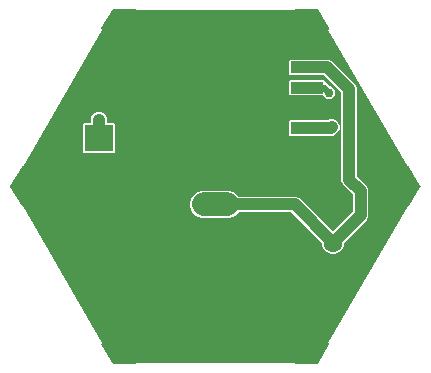
<source format=gbr>
G04 EAGLE Gerber RS-274X export*
G75*
%MOMM*%
%FSLAX34Y34*%
%LPD*%
%INBottom Copper*%
%IPPOS*%
%AMOC8*
5,1,8,0,0,1.08239X$1,22.5*%
G01*
%ADD10C,1.000000*%
%ADD11R,2.692400X1.016000*%
%ADD12R,8.940800X10.160000*%
%ADD13P,1.732040X8X112.500000*%
%ADD14C,1.600200*%
%ADD15R,2.450000X2.250000*%
%ADD16C,2.000000*%
%ADD17C,0.756400*%
%ADD18C,0.304800*%
%ADD19C,1.016000*%
%ADD20C,0.609600*%

G36*
X278630Y195708D02*
X278630Y195708D01*
X278658Y195706D01*
X278726Y195728D01*
X278797Y195742D01*
X278820Y195758D01*
X278847Y195767D01*
X278902Y195814D01*
X278961Y195855D01*
X278976Y195879D01*
X278998Y195897D01*
X279029Y195962D01*
X279068Y196022D01*
X279073Y196050D01*
X279085Y196076D01*
X279094Y196177D01*
X279101Y196219D01*
X279099Y196229D01*
X279100Y196242D01*
X279043Y196957D01*
X413361Y196957D01*
X413304Y196242D01*
X413308Y196213D01*
X413303Y196185D01*
X413320Y196116D01*
X413328Y196044D01*
X413343Y196020D01*
X413349Y195992D01*
X413392Y195934D01*
X413428Y195872D01*
X413450Y195855D01*
X413467Y195832D01*
X413529Y195795D01*
X413586Y195752D01*
X413614Y195745D01*
X413638Y195730D01*
X413738Y195714D01*
X413779Y195703D01*
X413789Y195705D01*
X413802Y195703D01*
X432802Y195703D01*
X432878Y195718D01*
X432956Y195727D01*
X432975Y195738D01*
X432997Y195742D01*
X433061Y195786D01*
X433129Y195825D01*
X433145Y195844D01*
X433161Y195855D01*
X433185Y195893D01*
X433235Y195953D01*
X442735Y212453D01*
X442744Y212480D01*
X442760Y212504D01*
X442775Y212574D01*
X442798Y212642D01*
X442795Y212670D01*
X442801Y212698D01*
X442788Y212769D01*
X442782Y212840D01*
X442769Y212865D01*
X442763Y212893D01*
X442723Y212953D01*
X442690Y213016D01*
X442668Y213034D01*
X442652Y213058D01*
X442569Y213116D01*
X442537Y213143D01*
X442526Y213146D01*
X442516Y213153D01*
X441888Y213450D01*
X509010Y329711D01*
X509618Y329291D01*
X509645Y329280D01*
X509667Y329261D01*
X509736Y329241D01*
X509801Y329213D01*
X509830Y329213D01*
X509858Y329205D01*
X509929Y329213D01*
X510000Y329213D01*
X510027Y329224D01*
X510056Y329227D01*
X510118Y329262D01*
X510183Y329290D01*
X510204Y329310D01*
X510229Y329325D01*
X510292Y329402D01*
X510322Y329432D01*
X510326Y329442D01*
X510335Y329453D01*
X519835Y345953D01*
X519845Y345985D01*
X519854Y345998D01*
X519858Y346022D01*
X519859Y346026D01*
X519890Y346096D01*
X519890Y346120D01*
X519898Y346142D01*
X519892Y346218D01*
X519893Y346295D01*
X519883Y346319D01*
X519882Y346340D01*
X519861Y346379D01*
X519835Y346451D01*
X510335Y362951D01*
X510316Y362973D01*
X510303Y362999D01*
X510250Y363047D01*
X510203Y363100D01*
X510177Y363113D01*
X510156Y363132D01*
X510088Y363155D01*
X510024Y363186D01*
X509995Y363188D01*
X509968Y363197D01*
X509896Y363192D01*
X509825Y363195D01*
X509798Y363185D01*
X509769Y363183D01*
X509679Y363141D01*
X509639Y363126D01*
X509631Y363119D01*
X509618Y363113D01*
X509010Y362693D01*
X441888Y478954D01*
X442516Y479251D01*
X442538Y479268D01*
X442565Y479278D01*
X442617Y479327D01*
X442675Y479370D01*
X442689Y479395D01*
X442710Y479414D01*
X442739Y479480D01*
X442775Y479542D01*
X442778Y479570D01*
X442790Y479596D01*
X442791Y479668D01*
X442800Y479739D01*
X442792Y479766D01*
X442793Y479795D01*
X442757Y479890D01*
X442746Y479930D01*
X442739Y479939D01*
X442735Y479951D01*
X433235Y496451D01*
X433183Y496510D01*
X433137Y496572D01*
X433118Y496583D01*
X433103Y496600D01*
X433033Y496634D01*
X432966Y496674D01*
X432942Y496678D01*
X432924Y496686D01*
X432879Y496688D01*
X432802Y496701D01*
X413802Y496701D01*
X413774Y496696D01*
X413746Y496698D01*
X413678Y496676D01*
X413607Y496662D01*
X413584Y496646D01*
X413557Y496637D01*
X413502Y496590D01*
X413443Y496549D01*
X413428Y496525D01*
X413407Y496507D01*
X413375Y496442D01*
X413336Y496382D01*
X413331Y496354D01*
X413319Y496328D01*
X413310Y496227D01*
X413303Y496185D01*
X413305Y496175D01*
X413304Y496162D01*
X413361Y495447D01*
X279043Y495447D01*
X279100Y496162D01*
X279096Y496191D01*
X279101Y496219D01*
X279084Y496288D01*
X279076Y496360D01*
X279062Y496384D01*
X279055Y496412D01*
X279012Y496470D01*
X278977Y496532D01*
X278954Y496549D01*
X278937Y496572D01*
X278875Y496609D01*
X278818Y496652D01*
X278790Y496659D01*
X278766Y496674D01*
X278666Y496690D01*
X278625Y496701D01*
X278615Y496699D01*
X278602Y496701D01*
X259602Y496701D01*
X259526Y496686D01*
X259448Y496677D01*
X259429Y496666D01*
X259407Y496662D01*
X259343Y496618D01*
X259275Y496579D01*
X259259Y496560D01*
X259243Y496549D01*
X259219Y496511D01*
X259169Y496451D01*
X249669Y479951D01*
X249660Y479924D01*
X249644Y479900D01*
X249629Y479830D01*
X249606Y479762D01*
X249609Y479734D01*
X249603Y479706D01*
X249617Y479636D01*
X249622Y479564D01*
X249635Y479539D01*
X249641Y479511D01*
X249681Y479451D01*
X249714Y479388D01*
X249736Y479370D01*
X249752Y479346D01*
X249835Y479288D01*
X249867Y479261D01*
X249878Y479258D01*
X249889Y479251D01*
X250516Y478954D01*
X183394Y362693D01*
X182786Y363113D01*
X182759Y363124D01*
X182737Y363143D01*
X182668Y363163D01*
X182603Y363191D01*
X182574Y363191D01*
X182546Y363199D01*
X182475Y363191D01*
X182404Y363192D01*
X182377Y363180D01*
X182348Y363177D01*
X182286Y363142D01*
X182221Y363114D01*
X182200Y363094D01*
X182175Y363079D01*
X182112Y363002D01*
X182082Y362972D01*
X182078Y362962D01*
X182069Y362951D01*
X172569Y346451D01*
X172545Y346378D01*
X172514Y346308D01*
X172514Y346284D01*
X172506Y346262D01*
X172513Y346186D01*
X172512Y346109D01*
X172521Y346085D01*
X172522Y346064D01*
X172543Y346025D01*
X172562Y345973D01*
X172563Y345967D01*
X172565Y345965D01*
X172569Y345953D01*
X182069Y329453D01*
X182088Y329431D01*
X182101Y329405D01*
X182154Y329357D01*
X182201Y329304D01*
X182227Y329291D01*
X182249Y329272D01*
X182316Y329249D01*
X182380Y329218D01*
X182409Y329217D01*
X182436Y329207D01*
X182508Y329212D01*
X182579Y329209D01*
X182606Y329219D01*
X182635Y329221D01*
X182725Y329263D01*
X182765Y329278D01*
X182773Y329285D01*
X182786Y329291D01*
X183394Y329711D01*
X250516Y213450D01*
X249889Y213153D01*
X249866Y213136D01*
X249839Y213126D01*
X249787Y213077D01*
X249729Y213034D01*
X249715Y213009D01*
X249694Y212990D01*
X249665Y212924D01*
X249629Y212862D01*
X249626Y212834D01*
X249614Y212808D01*
X249613Y212736D01*
X249604Y212665D01*
X249612Y212638D01*
X249612Y212609D01*
X249647Y212514D01*
X249658Y212474D01*
X249665Y212465D01*
X249669Y212453D01*
X259169Y195953D01*
X259221Y195895D01*
X259267Y195832D01*
X259286Y195821D01*
X259301Y195804D01*
X259371Y195770D01*
X259438Y195730D01*
X259463Y195726D01*
X259480Y195718D01*
X259525Y195716D01*
X259602Y195703D01*
X278602Y195703D01*
X278630Y195708D01*
G37*
%LPC*%
G36*
X443875Y288924D02*
X443875Y288924D01*
X440374Y290374D01*
X437694Y293054D01*
X436244Y296555D01*
X436244Y298630D01*
X436241Y298635D01*
X436241Y298639D01*
X410539Y324340D01*
X410534Y324341D01*
X410533Y324342D01*
X410531Y324344D01*
X365926Y324344D01*
X365922Y324340D01*
X365918Y324340D01*
X362756Y321178D01*
X358520Y319424D01*
X333935Y319424D01*
X329699Y321178D01*
X326457Y324420D01*
X324703Y328656D01*
X324703Y333241D01*
X326457Y337477D01*
X329699Y340719D01*
X333935Y342473D01*
X358520Y342473D01*
X362756Y340719D01*
X365918Y337557D01*
X365923Y337557D01*
X365926Y337553D01*
X414585Y337553D01*
X417013Y336548D01*
X445581Y307979D01*
X445587Y307979D01*
X445590Y307976D01*
X445950Y307976D01*
X445955Y307979D01*
X445959Y307979D01*
X462479Y324499D01*
X462479Y324505D01*
X462482Y324507D01*
X462482Y324508D01*
X462482Y339512D01*
X462479Y339516D01*
X462479Y339520D01*
X453861Y348138D01*
X452856Y350565D01*
X452856Y425516D01*
X452852Y425520D01*
X452852Y425524D01*
X438123Y440254D01*
X438117Y440254D01*
X438117Y440255D01*
X438114Y440257D01*
X409655Y440257D01*
X408762Y441151D01*
X408762Y452574D01*
X409655Y453467D01*
X442169Y453467D01*
X444596Y452461D01*
X465060Y431998D01*
X466065Y429570D01*
X466065Y354620D01*
X466069Y354615D01*
X466069Y354611D01*
X474686Y345994D01*
X475692Y343566D01*
X475692Y320453D01*
X474686Y318026D01*
X455299Y298639D01*
X455299Y298633D01*
X455296Y298630D01*
X455296Y296555D01*
X453846Y293054D01*
X451166Y290374D01*
X447665Y288924D01*
X443875Y288924D01*
G37*
%LPD*%
%LPC*%
G36*
X234768Y374325D02*
X234768Y374325D01*
X233875Y375218D01*
X233875Y398982D01*
X234768Y399875D01*
X241033Y399875D01*
X241045Y399885D01*
X241044Y399886D01*
X241045Y399887D01*
X241045Y401207D01*
X241043Y401210D01*
X241044Y401212D01*
X241007Y401302D01*
X241007Y403929D01*
X242013Y406357D01*
X243871Y408215D01*
X246298Y409220D01*
X248926Y409220D01*
X251353Y408215D01*
X253249Y406319D01*
X254255Y403891D01*
X254255Y399887D01*
X254265Y399875D01*
X254266Y399876D01*
X254267Y399875D01*
X260532Y399875D01*
X261425Y398982D01*
X261425Y375218D01*
X260532Y374325D01*
X234768Y374325D01*
G37*
%LPD*%
%LPC*%
G36*
X409655Y389203D02*
X409655Y389203D01*
X408762Y390097D01*
X408762Y401520D01*
X409655Y402413D01*
X441838Y402413D01*
X441841Y402415D01*
X441843Y402414D01*
X443466Y403086D01*
X446093Y403086D01*
X448521Y402081D01*
X450379Y400223D01*
X451384Y397795D01*
X451384Y395168D01*
X450379Y392740D01*
X447848Y390209D01*
X445420Y389203D01*
X409655Y389203D01*
G37*
%LPD*%
%LPC*%
G36*
X439978Y420181D02*
X439978Y420181D01*
X436923Y423236D01*
X436918Y423236D01*
X436915Y423239D01*
X409655Y423239D01*
X408762Y424133D01*
X408762Y435556D01*
X409655Y436449D01*
X437842Y436449D01*
X438735Y435556D01*
X438735Y434429D01*
X438745Y434417D01*
X438746Y434418D01*
X438747Y434417D01*
X439714Y434417D01*
X443333Y430798D01*
X443338Y430798D01*
X443341Y430795D01*
X444374Y430795D01*
X447483Y427686D01*
X447483Y423290D01*
X444374Y420181D01*
X439978Y420181D01*
G37*
%LPD*%
D10*
X428802Y489302D03*
X511402Y346202D03*
X428802Y203102D03*
X263602Y203102D03*
X181002Y346202D03*
X263602Y489302D03*
D11*
X423748Y446862D03*
X423748Y429844D03*
X423748Y412826D03*
X423748Y395808D03*
X423748Y378790D03*
D12*
X331800Y412826D03*
D13*
X445770Y334010D03*
D14*
X445770Y298450D03*
D15*
X247650Y387100D03*
X247650Y324100D03*
D16*
X336227Y330949D02*
X356227Y330949D01*
X356227Y269949D02*
X336227Y269949D01*
X394227Y289949D02*
X394227Y309949D01*
D17*
X437985Y364274D03*
D18*
X299260Y238760D02*
X263602Y203102D01*
X423748Y411534D02*
X423748Y412826D01*
X331800Y412826D01*
X247650Y324100D02*
X225548Y346202D01*
X181002Y346202D01*
X247650Y324100D02*
X250694Y321056D01*
X331800Y412826D02*
X339900Y413004D01*
X331800Y412826D02*
X352504Y413004D01*
D17*
X254076Y279273D03*
X444779Y396481D03*
D19*
X444106Y395808D02*
X423748Y395808D01*
X444106Y395808D02*
X444779Y396481D01*
D17*
X437045Y396202D03*
X247612Y402615D03*
D19*
X247650Y402577D01*
X247650Y387100D01*
X346227Y330949D02*
X413271Y330949D01*
X423748Y446862D02*
X440855Y446862D01*
X459461Y428257D01*
X459461Y351879D01*
X469087Y342252D01*
X469087Y321767D01*
X445770Y298450D02*
X413271Y330949D01*
X445770Y298450D02*
X469087Y321767D01*
D20*
X437820Y429844D02*
X423748Y429844D01*
X437820Y429844D02*
X442176Y425488D01*
D17*
X442176Y425488D03*
M02*

</source>
